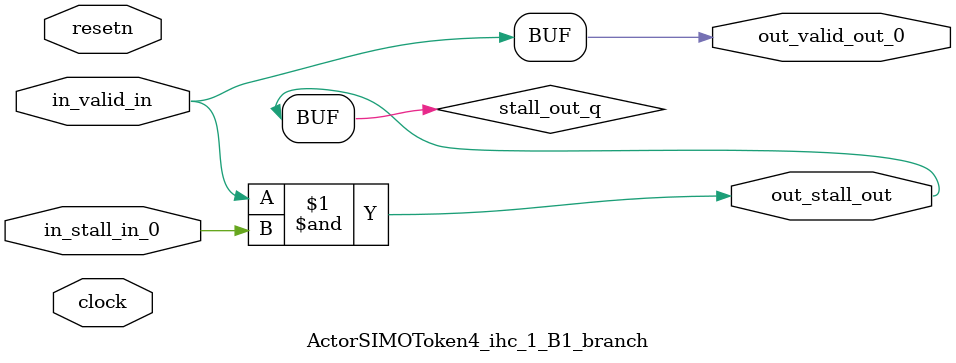
<source format=sv>



(* altera_attribute = "-name AUTO_SHIFT_REGISTER_RECOGNITION OFF; -name MESSAGE_DISABLE 10036; -name MESSAGE_DISABLE 10037; -name MESSAGE_DISABLE 14130; -name MESSAGE_DISABLE 14320; -name MESSAGE_DISABLE 15400; -name MESSAGE_DISABLE 14130; -name MESSAGE_DISABLE 10036; -name MESSAGE_DISABLE 12020; -name MESSAGE_DISABLE 12030; -name MESSAGE_DISABLE 12010; -name MESSAGE_DISABLE 12110; -name MESSAGE_DISABLE 14320; -name MESSAGE_DISABLE 13410; -name MESSAGE_DISABLE 113007; -name MESSAGE_DISABLE 10958" *)
module ActorSIMOToken4_ihc_1_B1_branch (
    input wire [0:0] in_stall_in_0,
    input wire [0:0] in_valid_in,
    output wire [0:0] out_stall_out,
    output wire [0:0] out_valid_out_0,
    input wire clock,
    input wire resetn
    );

    wire [0:0] stall_out_q;


    // stall_out(LOGICAL,6)
    assign stall_out_q = in_valid_in & in_stall_in_0;

    // out_stall_out(GPOUT,4)
    assign out_stall_out = stall_out_q;

    // out_valid_out_0(GPOUT,5)
    assign out_valid_out_0 = in_valid_in;

endmodule

</source>
